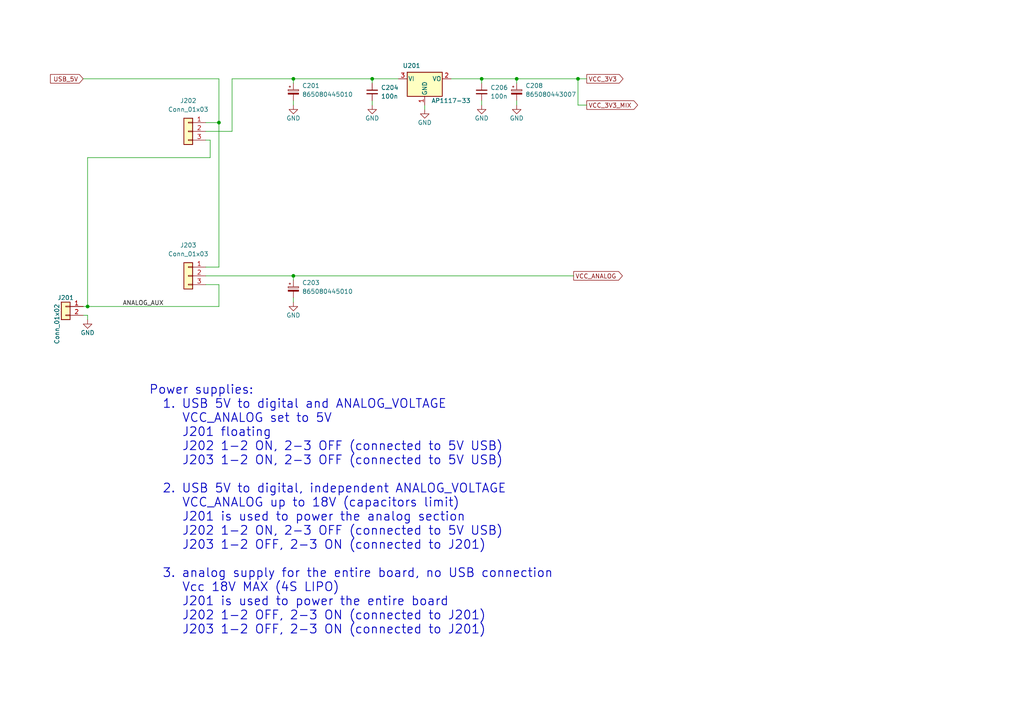
<source format=kicad_sch>
(kicad_sch (version 20211123) (generator eeschema)
  (paper "A4")
  (lib_symbols
    (symbol "Connector_Generic:Conn_01x02" (pin_names (offset 1.016) hide)
      (property "Reference" "J" (at 0 2.54 0))
      (property "Value" "Conn_01x02" (at 0 -5.08 0))
      (symbol "Conn_01x02_1_1"
        (rectangle (start -1.27 -2.413) (end 0 -2.667) (stroke (width 0.1524)))
        (rectangle (start -1.27 0.127) (end 0 -0.127) (stroke (width 0.1524)))
        (rectangle (start -1.27 1.27) (end 1.27 -3.81) (stroke (width 0.254)) (fill (type background)))
        (pin passive line (at -5.08 0 0) (length 3.81) (name "Pin_1") (number "1"))
        (pin passive line (at -5.08 -2.54 0) (length 3.81) (name "Pin_2") (number "2"))
      )
    )
    (symbol "Connector_Generic:Conn_01x03" (pin_names (offset 1.016) hide)
      (property "Reference" "J" (at 0 5.08 0))
      (property "Value" "Conn_01x03" (at 0 -5.08 0))
      (symbol "Conn_01x03_1_1"
        (rectangle (start -1.27 -2.413) (end 0 -2.667) (stroke (width 0.1524)))
        (rectangle (start -1.27 0.127) (end 0 -0.127) (stroke (width 0.1524)))
        (rectangle (start -1.27 2.667) (end 0 2.413) (stroke (width 0.1524)))
        (rectangle (start -1.27 3.81) (end 1.27 -3.81) (stroke (width 0.254)) (fill (type background)))
        (pin passive line (at -5.08 2.54 0) (length 3.81) (name "Pin_1") (number "1"))
        (pin passive line (at -5.08 0 0) (length 3.81) (name "Pin_2") (number "2"))
        (pin passive line (at -5.08 -2.54 0) (length 3.81) (name "Pin_3") (number "3"))
      )
    )
    (symbol "Device:C_Polarized_Small" (pin_numbers hide) (pin_names (offset 0.254) hide)
      (property "Reference" "C" (at 0.254 1.778 0))
      (property "Value" "C_Polarized_Small" (at 0.254 -2.032 0))
      (symbol "C_Polarized_Small_0_1"
        (rectangle (start -1.524 -0.3048) (end 1.524 -0.6858) (fill (type outline)))
        (rectangle (start -1.524 0.6858) (end 1.524 0.3048))
        (polyline (pts (xy -1.27 1.524) (xy -0.762 1.524)))
        (polyline (pts (xy -1.016 1.27) (xy -1.016 1.778)))
      )
      (symbol "C_Polarized_Small_1_1"
        (pin passive line (at 0 2.54 270) (length 1.8542) (name "~") (number "1"))
        (pin passive line (at 0 -2.54 90) (length 1.8542) (name "~") (number "2"))
      )
    )
    (symbol "Device:C_Small" (pin_numbers hide) (pin_names (offset 0.254) hide)
      (property "Reference" "C" (at 0.254 1.778 0))
      (property "Value" "C_Small" (at 0.254 -2.032 0))
      (symbol "C_Small_0_1"
        (polyline (pts (xy -1.524 -0.508) (xy 1.524 -0.508)) (stroke (width 0.3302)))
        (polyline (pts (xy -1.524 0.508) (xy 1.524 0.508)) (stroke (width 0.3048)))
      )
      (symbol "C_Small_1_1"
        (pin passive line (at 0 2.54 270) (length 2.032) (name "~") (number "1"))
        (pin passive line (at 0 -2.54 90) (length 2.032) (name "~") (number "2"))
      )
    )
    (symbol "Regulator_Linear:AP1117-33" (pin_names (offset 0.254))
      (property "Reference" "U" (at -3.81 3.175 0))
      (property "Value" "AP1117-33" (at 0 3.175 0))
      (symbol "AP1117-33_0_1"
        (rectangle (start -5.08 -5.08) (end 5.08 1.905) (stroke (width 0.254)) (fill (type background)))
      )
      (symbol "AP1117-33_1_1"
        (pin power_in line (at 0 -7.62 90) (length 2.54) (name "GND") (number "1"))
        (pin power_out line (at 7.62 0 180) (length 2.54) (name "VO") (number "2"))
        (pin power_in line (at -7.62 0 0) (length 2.54) (name "VI") (number "3"))
      )
    )
    (symbol "power:GND" (power) (pin_names (offset 0))
      (property "Value" "GND" (at 0 -3.81 0))
      (symbol "GND_0_1"
        (polyline (pts (xy 0 0) (xy 0 -1.27) (xy 1.27 -1.27) (xy 0 -2.54) (xy -1.27 -1.27) (xy 0 -1.27)))
      )
      (symbol "GND_1_1"
        (pin power_in line (at 0 0 270) (length 0) hide (name "GND") (number "1"))
      )
    )
  )
  (junction (at 167.64 22.86))
  (junction (at 139.7 22.86))
  (junction (at 63.5 35.56))
  (junction (at 149.86 22.86))
  (junction (at 25.4 88.9))
  (junction (at 85.09 22.86))
  (junction (at 107.95 22.86))
  (junction (at 85.09 80.01))
  (wire (pts (xy 59.69 80.01) (xy 85.09 80.01)))
  (wire (pts (xy 139.7 29.21) (xy 139.7 30.48)))
  (wire (pts (xy 60.96 40.64) (xy 60.96 45.72)))
  (wire (pts (xy 85.09 22.86) (xy 107.95 22.86)))
  (wire (pts (xy 25.4 91.44) (xy 25.4 92.71)))
  (wire (pts (xy 59.69 77.47) (xy 63.5 77.47)))
  (wire (pts (xy 63.5 35.56) (xy 63.5 77.47)))
  (wire (pts (xy 25.4 88.9) (xy 63.5 88.9)))
  (wire (pts (xy 123.19 30.48) (xy 123.19 31.75)))
  (wire (pts (xy 59.69 35.56) (xy 63.5 35.56)))
  (wire (pts (xy 67.31 22.86) (xy 85.09 22.86)))
  (wire (pts (xy 149.86 22.86) (xy 167.64 22.86)))
  (wire (pts (xy 167.64 22.86) (xy 170.18 22.86)))
  (wire (pts (xy 24.13 91.44) (xy 25.4 91.44)))
  (wire (pts (xy 25.4 88.9) (xy 25.4 45.72)))
  (wire (pts (xy 85.09 80.01) (xy 85.09 81.28)))
  (wire (pts (xy 139.7 22.86) (xy 139.7 24.13)))
  (wire (pts (xy 63.5 82.55) (xy 59.69 82.55)))
  (wire (pts (xy 59.69 38.1) (xy 67.31 38.1)))
  (wire (pts (xy 149.86 29.21) (xy 149.86 30.48)))
  (wire (pts (xy 63.5 35.56) (xy 63.5 22.86)))
  (wire (pts (xy 139.7 22.86) (xy 149.86 22.86)))
  (wire (pts (xy 24.13 88.9) (xy 25.4 88.9)))
  (wire (pts (xy 85.09 86.36) (xy 85.09 87.63)))
  (wire (pts (xy 63.5 82.55) (xy 63.5 88.9)))
  (wire (pts (xy 149.86 22.86) (xy 149.86 24.13)))
  (wire (pts (xy 107.95 22.86) (xy 107.95 24.13)))
  (wire (pts (xy 85.09 22.86) (xy 85.09 24.13)))
  (wire (pts (xy 130.81 22.86) (xy 139.7 22.86)))
  (wire (pts (xy 67.31 38.1) (xy 67.31 22.86)))
  (wire (pts (xy 59.69 40.64) (xy 60.96 40.64)))
  (wire (pts (xy 25.4 45.72) (xy 60.96 45.72)))
  (wire (pts (xy 170.18 30.48) (xy 167.64 30.48)))
  (wire (pts (xy 167.64 22.86) (xy 167.64 30.48)))
  (wire (pts (xy 85.09 29.21) (xy 85.09 30.48)))
  (wire (pts (xy 115.57 22.86) (xy 107.95 22.86)))
  (wire (pts (xy 85.09 80.01) (xy 166.37 80.01)))
  (wire (pts (xy 63.5 22.86) (xy 24.13 22.86)))
  (wire (pts (xy 107.95 29.21) (xy 107.95 30.48)))
  (text "Power supplies:\n  1. USB 5V to digital and ANALOG_VOLTAGE\n	VCC_ANALOG set to 5V\n	J201 floating\n	J202 1-2 ON, 2-3 OFF (connected to 5V USB)\n	J203 1-2 ON, 2-3 OFF (connected to 5V USB)\n \n  2. USB 5V to digital, independent ANALOG_VOLTAGE\n	VCC_ANALOG up to 18V (capacitors limit)\n	J201 is used to power the analog section\n	J202 1-2 ON, 2-3 OFF (connected to 5V USB)\n	J203 1-2 OFF, 2-3 ON (connected to J201)\n\n  3. analog supply for the entire board, no USB connection\n	Vcc 18V MAX (4S LIPO)\n	J201 is used to power the entire board\n	J202 1-2 OFF, 2-3 ON (connected to J201)\n	J203 1-2 OFF, 2-3 ON (connected to J201)" (at 43.18 184.15 0) (effects (font (size 2.54 2.54) (thickness 0.254) bold) (justify left bottom)))
  (label "ANALOG_AUX" (at 35.56 88.9 0))
  (global_label "VCC_ANALOG" (shape output) (at 166.37 80.01 0) (property "Intersheet References" "${INTERSHEET_REFS}" (effects hide)))
  (global_label "USB_5V" (shape input) (at 24.13 22.86 180) (property "Intersheet References" "${INTERSHEET_REFS}" (effects hide)))
  (global_label "VCC_3V3" (shape output) (at 170.18 22.86 0) (property "Intersheet References" "${INTERSHEET_REFS}" (effects hide)))
  (global_label "VCC_3V3_MIX" (shape output) (at 170.18 30.48 0) (property "Intersheet References" "${INTERSHEET_REFS}" (effects hide)))
  (symbol (lib_id "power:GND") (at 107.95 30.48 0) (unit 1)
    (property "Reference" "#PWR0205" (effects hide))
    (property "Value" "GND" (at 107.95 34.29 0))
  )
  (symbol (lib_id "power:GND") (at 85.09 87.63 0) (unit 1)
    (property "Reference" "#PWR0204" (effects hide))
    (property "Value" "GND" (at 85.09 91.44 0))
  )
  (symbol (lib_id "power:GND") (at 123.19 31.75 0) (unit 1)
    (property "Reference" "#PWR0207" (effects hide))
    (property "Value" "GND" (at 123.19 35.56 0))
  )
  (symbol (lib_id "Device:C_Small") (at 107.95 26.67 0) (unit 1)
    (property "Reference" "C204" (at 110.49 25.4062 0) (effects (justify left)))
    (property "Value" "100n" (at 110.49 27.9462 0) (effects (justify left)))
    (property "Footprint" "Capacitor_SMD:C_0805_2012Metric_Pad1.18x1.45mm_HandSolder" (effects hide))
  )
  (symbol (lib_id "Connector_Generic:Conn_01x03") (at 54.61 38.1 0) (mirror y) (unit 1)
    (property "Reference" "J202" (at 54.61 29.21 0))
    (property "Value" "Conn_01x03" (at 54.61 31.75 0))
    (property "Footprint" "Connector_PinHeader_2.54mm:PinHeader_1x03_P2.54mm_Vertical" (effects hide))
  )
  (symbol (lib_id "Device:C_Polarized_Small") (at 85.09 26.67 0) (unit 1)
    (property "Reference" "C201" (at 87.63 24.8538 0) (effects (justify left)))
    (property "Value" "865080445010" (at 87.63 27.3938 0) (effects (justify left)))
    (property "Footprint" "parts:865080445010" (effects hide))
  )
  (symbol (lib_id "power:GND") (at 139.7 30.48 0) (unit 1)
    (property "Reference" "#PWR0209" (effects hide))
    (property "Value" "GND" (at 139.7 34.29 0))
  )
  (symbol (lib_id "Device:C_Polarized_Small") (at 85.09 83.82 0) (unit 1)
    (property "Reference" "C203" (at 87.63 82.0038 0) (effects (justify left)))
    (property "Value" "865080445010" (at 87.63 84.5438 0) (effects (justify left)))
    (property "Footprint" "parts:865080445010" (effects hide))
  )
  (symbol (lib_id "power:GND") (at 25.4 92.71 0) (unit 1)
    (property "Reference" "#PWR0201" (effects hide))
    (property "Value" "GND" (at 25.4 96.52 0))
  )
  (symbol (lib_id "power:GND") (at 85.09 30.48 0) (unit 1)
    (property "Reference" "#PWR0202" (effects hide))
    (property "Value" "GND" (at 85.09 34.29 0))
  )
  (symbol (lib_id "power:GND") (at 149.86 30.48 0) (unit 1)
    (property "Reference" "#PWR0211" (effects hide))
    (property "Value" "GND" (at 149.86 34.29 0))
  )
  (symbol (lib_id "Device:C_Polarized_Small") (at 149.86 26.67 0) (unit 1)
    (property "Reference" "C208" (at 152.4 24.8538 0) (effects (justify left)))
    (property "Value" "865080443007" (at 152.4 27.3938 0) (effects (justify left)))
    (property "Footprint" "parts:865080443007" (effects hide))
  )
  (symbol (lib_id "Connector_Generic:Conn_01x03") (at 54.61 80.01 0) (mirror y) (unit 1)
    (property "Reference" "J203" (at 54.61 71.12 0))
    (property "Value" "Conn_01x03" (at 54.61 73.66 0))
    (property "Footprint" "Connector_PinHeader_2.54mm:PinHeader_1x03_P2.54mm_Vertical" (effects hide))
  )
  (symbol (lib_id "Regulator_Linear:AP1117-33") (at 123.19 22.86 0) (unit 1)
    (property "Reference" "U201" (at 119.38 19.05 0))
    (property "Value" "AP1117-33" (at 130.81 29.21 0))
    (property "Footprint" "Package_TO_SOT_SMD:SOT-223-3_TabPin2" (effects hide))
    (property "Datasheet" "http://www.diodes.com/datasheets/AP1117.pdf" (effects hide))
  )
  (symbol (lib_id "Connector_Generic:Conn_01x02") (at 19.05 88.9 0) (mirror y) (unit 1)
    (property "Reference" "J201" (at 19.05 86.36 0))
    (property "Value" "Conn_01x02" (at 16.51 93.98 90))
    (property "Footprint" "Connector_PinSocket_2.54mm:PinSocket_1x02_P2.54mm_Vertical" (effects hide))
  )
  (symbol (lib_id "Device:C_Small") (at 139.7 26.67 0) (unit 1)
    (property "Reference" "C206" (at 142.24 25.4062 0) (effects (justify left)))
    (property "Value" "100n" (at 142.24 27.9462 0) (effects (justify left)))
    (property "Footprint" "Capacitor_SMD:C_0805_2012Metric_Pad1.18x1.45mm_HandSolder" (effects hide))
  )
)
</source>
